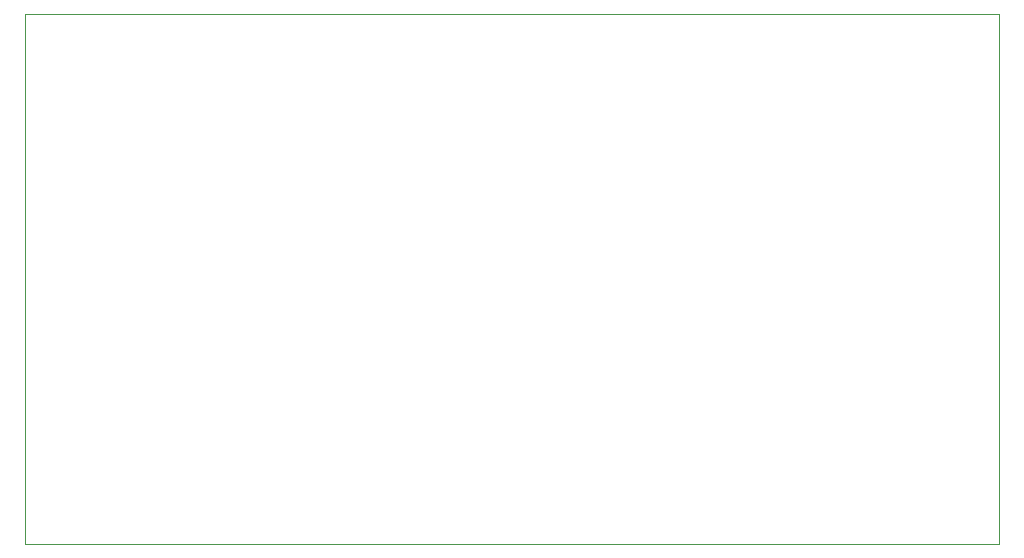
<source format=gbr>
%TF.GenerationSoftware,KiCad,Pcbnew,(6.0.7)*%
%TF.CreationDate,2022-08-26T02:15:04-07:00*%
%TF.ProjectId,mini_consolev2,6d696e69-5f63-46f6-9e73-6f6c6576322e,rev?*%
%TF.SameCoordinates,Original*%
%TF.FileFunction,Profile,NP*%
%FSLAX46Y46*%
G04 Gerber Fmt 4.6, Leading zero omitted, Abs format (unit mm)*
G04 Created by KiCad (PCBNEW (6.0.7)) date 2022-08-26 02:15:04*
%MOMM*%
%LPD*%
G01*
G04 APERTURE LIST*
%TA.AperFunction,Profile*%
%ADD10C,0.100000*%
%TD*%
G04 APERTURE END LIST*
D10*
X209000000Y-60500000D02*
X209000000Y-105410000D01*
X126500000Y-105410000D02*
X126500000Y-60500000D01*
X126500000Y-60500000D02*
X209000000Y-60500000D01*
X209000000Y-105410000D02*
X126500000Y-105410000D01*
M02*

</source>
